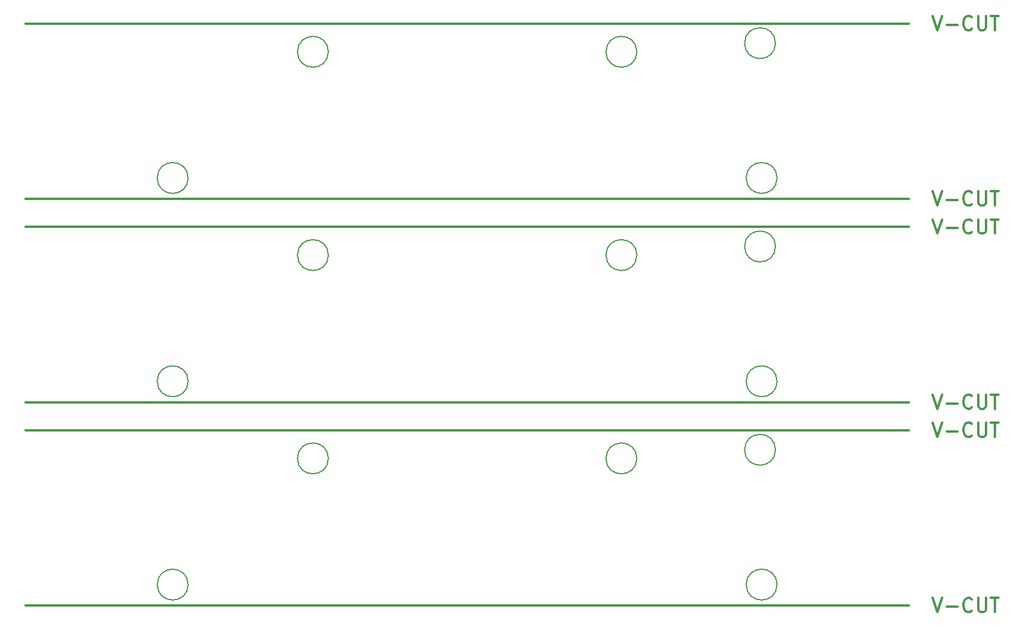
<source format=gbr>
%TF.GenerationSoftware,KiCad,Pcbnew,9.0.1*%
%TF.CreationDate,2025-12-04T09:13:59-06:00*%
%TF.ProjectId,focus_bar_panel_v1,666f6375-735f-4626-9172-5f70616e656c,rev?*%
%TF.SameCoordinates,Original*%
%TF.FileFunction,Other,Comment*%
%FSLAX46Y46*%
G04 Gerber Fmt 4.6, Leading zero omitted, Abs format (unit mm)*
G04 Created by KiCad (PCBNEW 9.0.1) date 2025-12-04 09:13:59*
%MOMM*%
%LPD*%
G01*
G04 APERTURE LIST*
%ADD10C,0.300000*%
%ADD11C,0.150000*%
G04 APERTURE END LIST*
D10*
X85500000Y-26000500D02*
X211500000Y-26000500D01*
X85500000Y-109000500D02*
X211500000Y-109000500D01*
X85500000Y-51000500D02*
X211500000Y-51000500D01*
X85500000Y-80000500D02*
X211500000Y-80000500D01*
X85500000Y-84000500D02*
X211500000Y-84000500D01*
X85500000Y-55000500D02*
X211500000Y-55000500D01*
X214887844Y-107910138D02*
X215554510Y-109910138D01*
X215554510Y-109910138D02*
X216221177Y-107910138D01*
X216887844Y-109148233D02*
X218411654Y-109148233D01*
X220506891Y-109719661D02*
X220411653Y-109814900D01*
X220411653Y-109814900D02*
X220125939Y-109910138D01*
X220125939Y-109910138D02*
X219935463Y-109910138D01*
X219935463Y-109910138D02*
X219649748Y-109814900D01*
X219649748Y-109814900D02*
X219459272Y-109624423D01*
X219459272Y-109624423D02*
X219364034Y-109433947D01*
X219364034Y-109433947D02*
X219268796Y-109052995D01*
X219268796Y-109052995D02*
X219268796Y-108767280D01*
X219268796Y-108767280D02*
X219364034Y-108386328D01*
X219364034Y-108386328D02*
X219459272Y-108195852D01*
X219459272Y-108195852D02*
X219649748Y-108005376D01*
X219649748Y-108005376D02*
X219935463Y-107910138D01*
X219935463Y-107910138D02*
X220125939Y-107910138D01*
X220125939Y-107910138D02*
X220411653Y-108005376D01*
X220411653Y-108005376D02*
X220506891Y-108100614D01*
X221364034Y-107910138D02*
X221364034Y-109529185D01*
X221364034Y-109529185D02*
X221459272Y-109719661D01*
X221459272Y-109719661D02*
X221554510Y-109814900D01*
X221554510Y-109814900D02*
X221744986Y-109910138D01*
X221744986Y-109910138D02*
X222125939Y-109910138D01*
X222125939Y-109910138D02*
X222316415Y-109814900D01*
X222316415Y-109814900D02*
X222411653Y-109719661D01*
X222411653Y-109719661D02*
X222506891Y-109529185D01*
X222506891Y-109529185D02*
X222506891Y-107910138D01*
X223173558Y-107910138D02*
X224316415Y-107910138D01*
X223744986Y-109910138D02*
X223744986Y-107910138D01*
X214887844Y-78910138D02*
X215554510Y-80910138D01*
X215554510Y-80910138D02*
X216221177Y-78910138D01*
X216887844Y-80148233D02*
X218411654Y-80148233D01*
X220506891Y-80719661D02*
X220411653Y-80814900D01*
X220411653Y-80814900D02*
X220125939Y-80910138D01*
X220125939Y-80910138D02*
X219935463Y-80910138D01*
X219935463Y-80910138D02*
X219649748Y-80814900D01*
X219649748Y-80814900D02*
X219459272Y-80624423D01*
X219459272Y-80624423D02*
X219364034Y-80433947D01*
X219364034Y-80433947D02*
X219268796Y-80052995D01*
X219268796Y-80052995D02*
X219268796Y-79767280D01*
X219268796Y-79767280D02*
X219364034Y-79386328D01*
X219364034Y-79386328D02*
X219459272Y-79195852D01*
X219459272Y-79195852D02*
X219649748Y-79005376D01*
X219649748Y-79005376D02*
X219935463Y-78910138D01*
X219935463Y-78910138D02*
X220125939Y-78910138D01*
X220125939Y-78910138D02*
X220411653Y-79005376D01*
X220411653Y-79005376D02*
X220506891Y-79100614D01*
X221364034Y-78910138D02*
X221364034Y-80529185D01*
X221364034Y-80529185D02*
X221459272Y-80719661D01*
X221459272Y-80719661D02*
X221554510Y-80814900D01*
X221554510Y-80814900D02*
X221744986Y-80910138D01*
X221744986Y-80910138D02*
X222125939Y-80910138D01*
X222125939Y-80910138D02*
X222316415Y-80814900D01*
X222316415Y-80814900D02*
X222411653Y-80719661D01*
X222411653Y-80719661D02*
X222506891Y-80529185D01*
X222506891Y-80529185D02*
X222506891Y-78910138D01*
X223173558Y-78910138D02*
X224316415Y-78910138D01*
X223744986Y-80910138D02*
X223744986Y-78910138D01*
X214887844Y-49910138D02*
X215554510Y-51910138D01*
X215554510Y-51910138D02*
X216221177Y-49910138D01*
X216887844Y-51148233D02*
X218411654Y-51148233D01*
X220506891Y-51719661D02*
X220411653Y-51814900D01*
X220411653Y-51814900D02*
X220125939Y-51910138D01*
X220125939Y-51910138D02*
X219935463Y-51910138D01*
X219935463Y-51910138D02*
X219649748Y-51814900D01*
X219649748Y-51814900D02*
X219459272Y-51624423D01*
X219459272Y-51624423D02*
X219364034Y-51433947D01*
X219364034Y-51433947D02*
X219268796Y-51052995D01*
X219268796Y-51052995D02*
X219268796Y-50767280D01*
X219268796Y-50767280D02*
X219364034Y-50386328D01*
X219364034Y-50386328D02*
X219459272Y-50195852D01*
X219459272Y-50195852D02*
X219649748Y-50005376D01*
X219649748Y-50005376D02*
X219935463Y-49910138D01*
X219935463Y-49910138D02*
X220125939Y-49910138D01*
X220125939Y-49910138D02*
X220411653Y-50005376D01*
X220411653Y-50005376D02*
X220506891Y-50100614D01*
X221364034Y-49910138D02*
X221364034Y-51529185D01*
X221364034Y-51529185D02*
X221459272Y-51719661D01*
X221459272Y-51719661D02*
X221554510Y-51814900D01*
X221554510Y-51814900D02*
X221744986Y-51910138D01*
X221744986Y-51910138D02*
X222125939Y-51910138D01*
X222125939Y-51910138D02*
X222316415Y-51814900D01*
X222316415Y-51814900D02*
X222411653Y-51719661D01*
X222411653Y-51719661D02*
X222506891Y-51529185D01*
X222506891Y-51529185D02*
X222506891Y-49910138D01*
X223173558Y-49910138D02*
X224316415Y-49910138D01*
X223744986Y-51910138D02*
X223744986Y-49910138D01*
X214887844Y-24910138D02*
X215554510Y-26910138D01*
X215554510Y-26910138D02*
X216221177Y-24910138D01*
X216887844Y-26148233D02*
X218411654Y-26148233D01*
X220506891Y-26719661D02*
X220411653Y-26814900D01*
X220411653Y-26814900D02*
X220125939Y-26910138D01*
X220125939Y-26910138D02*
X219935463Y-26910138D01*
X219935463Y-26910138D02*
X219649748Y-26814900D01*
X219649748Y-26814900D02*
X219459272Y-26624423D01*
X219459272Y-26624423D02*
X219364034Y-26433947D01*
X219364034Y-26433947D02*
X219268796Y-26052995D01*
X219268796Y-26052995D02*
X219268796Y-25767280D01*
X219268796Y-25767280D02*
X219364034Y-25386328D01*
X219364034Y-25386328D02*
X219459272Y-25195852D01*
X219459272Y-25195852D02*
X219649748Y-25005376D01*
X219649748Y-25005376D02*
X219935463Y-24910138D01*
X219935463Y-24910138D02*
X220125939Y-24910138D01*
X220125939Y-24910138D02*
X220411653Y-25005376D01*
X220411653Y-25005376D02*
X220506891Y-25100614D01*
X221364034Y-24910138D02*
X221364034Y-26529185D01*
X221364034Y-26529185D02*
X221459272Y-26719661D01*
X221459272Y-26719661D02*
X221554510Y-26814900D01*
X221554510Y-26814900D02*
X221744986Y-26910138D01*
X221744986Y-26910138D02*
X222125939Y-26910138D01*
X222125939Y-26910138D02*
X222316415Y-26814900D01*
X222316415Y-26814900D02*
X222411653Y-26719661D01*
X222411653Y-26719661D02*
X222506891Y-26529185D01*
X222506891Y-26529185D02*
X222506891Y-24910138D01*
X223173558Y-24910138D02*
X224316415Y-24910138D01*
X223744986Y-26910138D02*
X223744986Y-24910138D01*
X214887844Y-82910138D02*
X215554510Y-84910138D01*
X215554510Y-84910138D02*
X216221177Y-82910138D01*
X216887844Y-84148233D02*
X218411654Y-84148233D01*
X220506891Y-84719661D02*
X220411653Y-84814900D01*
X220411653Y-84814900D02*
X220125939Y-84910138D01*
X220125939Y-84910138D02*
X219935463Y-84910138D01*
X219935463Y-84910138D02*
X219649748Y-84814900D01*
X219649748Y-84814900D02*
X219459272Y-84624423D01*
X219459272Y-84624423D02*
X219364034Y-84433947D01*
X219364034Y-84433947D02*
X219268796Y-84052995D01*
X219268796Y-84052995D02*
X219268796Y-83767280D01*
X219268796Y-83767280D02*
X219364034Y-83386328D01*
X219364034Y-83386328D02*
X219459272Y-83195852D01*
X219459272Y-83195852D02*
X219649748Y-83005376D01*
X219649748Y-83005376D02*
X219935463Y-82910138D01*
X219935463Y-82910138D02*
X220125939Y-82910138D01*
X220125939Y-82910138D02*
X220411653Y-83005376D01*
X220411653Y-83005376D02*
X220506891Y-83100614D01*
X221364034Y-82910138D02*
X221364034Y-84529185D01*
X221364034Y-84529185D02*
X221459272Y-84719661D01*
X221459272Y-84719661D02*
X221554510Y-84814900D01*
X221554510Y-84814900D02*
X221744986Y-84910138D01*
X221744986Y-84910138D02*
X222125939Y-84910138D01*
X222125939Y-84910138D02*
X222316415Y-84814900D01*
X222316415Y-84814900D02*
X222411653Y-84719661D01*
X222411653Y-84719661D02*
X222506891Y-84529185D01*
X222506891Y-84529185D02*
X222506891Y-82910138D01*
X223173558Y-82910138D02*
X224316415Y-82910138D01*
X223744986Y-84910138D02*
X223744986Y-82910138D01*
X214887844Y-53910138D02*
X215554510Y-55910138D01*
X215554510Y-55910138D02*
X216221177Y-53910138D01*
X216887844Y-55148233D02*
X218411654Y-55148233D01*
X220506891Y-55719661D02*
X220411653Y-55814900D01*
X220411653Y-55814900D02*
X220125939Y-55910138D01*
X220125939Y-55910138D02*
X219935463Y-55910138D01*
X219935463Y-55910138D02*
X219649748Y-55814900D01*
X219649748Y-55814900D02*
X219459272Y-55624423D01*
X219459272Y-55624423D02*
X219364034Y-55433947D01*
X219364034Y-55433947D02*
X219268796Y-55052995D01*
X219268796Y-55052995D02*
X219268796Y-54767280D01*
X219268796Y-54767280D02*
X219364034Y-54386328D01*
X219364034Y-54386328D02*
X219459272Y-54195852D01*
X219459272Y-54195852D02*
X219649748Y-54005376D01*
X219649748Y-54005376D02*
X219935463Y-53910138D01*
X219935463Y-53910138D02*
X220125939Y-53910138D01*
X220125939Y-53910138D02*
X220411653Y-54005376D01*
X220411653Y-54005376D02*
X220506891Y-54100614D01*
X221364034Y-53910138D02*
X221364034Y-55529185D01*
X221364034Y-55529185D02*
X221459272Y-55719661D01*
X221459272Y-55719661D02*
X221554510Y-55814900D01*
X221554510Y-55814900D02*
X221744986Y-55910138D01*
X221744986Y-55910138D02*
X222125939Y-55910138D01*
X222125939Y-55910138D02*
X222316415Y-55814900D01*
X222316415Y-55814900D02*
X222411653Y-55719661D01*
X222411653Y-55719661D02*
X222506891Y-55529185D01*
X222506891Y-55529185D02*
X222506891Y-53910138D01*
X223173558Y-53910138D02*
X224316415Y-53910138D01*
X223744986Y-55910138D02*
X223744986Y-53910138D01*
D11*
%TO.C,REF\u002A\u002A*%
X108700000Y-77000500D02*
G75*
G02*
X104300000Y-77000500I-2200000J0D01*
G01*
X104300000Y-77000500D02*
G75*
G02*
X108700000Y-77000500I2200000J0D01*
G01*
X128700000Y-59000500D02*
G75*
G02*
X124300000Y-59000500I-2200000J0D01*
G01*
X124300000Y-59000500D02*
G75*
G02*
X128700000Y-59000500I2200000J0D01*
G01*
X192470000Y-57770500D02*
G75*
G02*
X188070000Y-57770500I-2200000J0D01*
G01*
X188070000Y-57770500D02*
G75*
G02*
X192470000Y-57770500I2200000J0D01*
G01*
X192700000Y-48000500D02*
G75*
G02*
X188300000Y-48000500I-2200000J0D01*
G01*
X188300000Y-48000500D02*
G75*
G02*
X192700000Y-48000500I2200000J0D01*
G01*
X172700000Y-88000500D02*
G75*
G02*
X168300000Y-88000500I-2200000J0D01*
G01*
X168300000Y-88000500D02*
G75*
G02*
X172700000Y-88000500I2200000J0D01*
G01*
X172700000Y-59000500D02*
G75*
G02*
X168300000Y-59000500I-2200000J0D01*
G01*
X168300000Y-59000500D02*
G75*
G02*
X172700000Y-59000500I2200000J0D01*
G01*
X192700000Y-106000500D02*
G75*
G02*
X188300000Y-106000500I-2200000J0D01*
G01*
X188300000Y-106000500D02*
G75*
G02*
X192700000Y-106000500I2200000J0D01*
G01*
X128700000Y-30000500D02*
G75*
G02*
X124300000Y-30000500I-2200000J0D01*
G01*
X124300000Y-30000500D02*
G75*
G02*
X128700000Y-30000500I2200000J0D01*
G01*
X128700000Y-88000500D02*
G75*
G02*
X124300000Y-88000500I-2200000J0D01*
G01*
X124300000Y-88000500D02*
G75*
G02*
X128700000Y-88000500I2200000J0D01*
G01*
X192700000Y-77000500D02*
G75*
G02*
X188300000Y-77000500I-2200000J0D01*
G01*
X188300000Y-77000500D02*
G75*
G02*
X192700000Y-77000500I2200000J0D01*
G01*
X108700000Y-48000500D02*
G75*
G02*
X104300000Y-48000500I-2200000J0D01*
G01*
X104300000Y-48000500D02*
G75*
G02*
X108700000Y-48000500I2200000J0D01*
G01*
X192470000Y-86770500D02*
G75*
G02*
X188070000Y-86770500I-2200000J0D01*
G01*
X188070000Y-86770500D02*
G75*
G02*
X192470000Y-86770500I2200000J0D01*
G01*
X192470000Y-28770500D02*
G75*
G02*
X188070000Y-28770500I-2200000J0D01*
G01*
X188070000Y-28770500D02*
G75*
G02*
X192470000Y-28770500I2200000J0D01*
G01*
X108700000Y-106000500D02*
G75*
G02*
X104300000Y-106000500I-2200000J0D01*
G01*
X104300000Y-106000500D02*
G75*
G02*
X108700000Y-106000500I2200000J0D01*
G01*
X172700000Y-30000500D02*
G75*
G02*
X168300000Y-30000500I-2200000J0D01*
G01*
X168300000Y-30000500D02*
G75*
G02*
X172700000Y-30000500I2200000J0D01*
G01*
%TD*%
M02*

</source>
